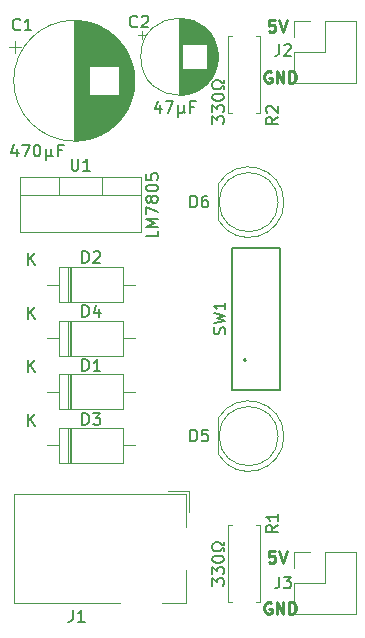
<source format=gto>
G04 #@! TF.GenerationSoftware,KiCad,Pcbnew,(5.1.9)-1*
G04 #@! TF.CreationDate,2021-01-12T20:24:35-08:00*
G04 #@! TF.ProjectId,BreadboardPowerSupply,42726561-6462-46f6-9172-64506f776572,1*
G04 #@! TF.SameCoordinates,Original*
G04 #@! TF.FileFunction,Legend,Top*
G04 #@! TF.FilePolarity,Positive*
%FSLAX46Y46*%
G04 Gerber Fmt 4.6, Leading zero omitted, Abs format (unit mm)*
G04 Created by KiCad (PCBNEW (5.1.9)-1) date 2021-01-12 20:24:35*
%MOMM*%
%LPD*%
G01*
G04 APERTURE LIST*
%ADD10C,0.150000*%
%ADD11C,0.250000*%
%ADD12C,0.120000*%
%ADD13C,0.152400*%
G04 APERTURE END LIST*
D10*
X114371380Y-94749666D02*
X114371380Y-95225857D01*
X113371380Y-95225857D01*
X114371380Y-94416333D02*
X113371380Y-94416333D01*
X114085666Y-94083000D01*
X113371380Y-93749666D01*
X114371380Y-93749666D01*
X113371380Y-93368714D02*
X113371380Y-92702047D01*
X114371380Y-93130619D01*
X113799952Y-92178238D02*
X113752333Y-92273476D01*
X113704714Y-92321095D01*
X113609476Y-92368714D01*
X113561857Y-92368714D01*
X113466619Y-92321095D01*
X113419000Y-92273476D01*
X113371380Y-92178238D01*
X113371380Y-91987761D01*
X113419000Y-91892523D01*
X113466619Y-91844904D01*
X113561857Y-91797285D01*
X113609476Y-91797285D01*
X113704714Y-91844904D01*
X113752333Y-91892523D01*
X113799952Y-91987761D01*
X113799952Y-92178238D01*
X113847571Y-92273476D01*
X113895190Y-92321095D01*
X113990428Y-92368714D01*
X114180904Y-92368714D01*
X114276142Y-92321095D01*
X114323761Y-92273476D01*
X114371380Y-92178238D01*
X114371380Y-91987761D01*
X114323761Y-91892523D01*
X114276142Y-91844904D01*
X114180904Y-91797285D01*
X113990428Y-91797285D01*
X113895190Y-91844904D01*
X113847571Y-91892523D01*
X113799952Y-91987761D01*
X113371380Y-91178238D02*
X113371380Y-91083000D01*
X113419000Y-90987761D01*
X113466619Y-90940142D01*
X113561857Y-90892523D01*
X113752333Y-90844904D01*
X113990428Y-90844904D01*
X114180904Y-90892523D01*
X114276142Y-90940142D01*
X114323761Y-90987761D01*
X114371380Y-91083000D01*
X114371380Y-91178238D01*
X114323761Y-91273476D01*
X114276142Y-91321095D01*
X114180904Y-91368714D01*
X113990428Y-91416333D01*
X113752333Y-91416333D01*
X113561857Y-91368714D01*
X113466619Y-91321095D01*
X113419000Y-91273476D01*
X113371380Y-91178238D01*
X113371380Y-89940142D02*
X113371380Y-90416333D01*
X113847571Y-90463952D01*
X113799952Y-90416333D01*
X113752333Y-90321095D01*
X113752333Y-90083000D01*
X113799952Y-89987761D01*
X113847571Y-89940142D01*
X113942809Y-89892523D01*
X114180904Y-89892523D01*
X114276142Y-89940142D01*
X114323761Y-89987761D01*
X114371380Y-90083000D01*
X114371380Y-90321095D01*
X114323761Y-90416333D01*
X114276142Y-90463952D01*
X118959380Y-85677142D02*
X118959380Y-85058095D01*
X119340333Y-85391428D01*
X119340333Y-85248571D01*
X119387952Y-85153333D01*
X119435571Y-85105714D01*
X119530809Y-85058095D01*
X119768904Y-85058095D01*
X119864142Y-85105714D01*
X119911761Y-85153333D01*
X119959380Y-85248571D01*
X119959380Y-85534285D01*
X119911761Y-85629523D01*
X119864142Y-85677142D01*
X118959380Y-84724761D02*
X118959380Y-84105714D01*
X119340333Y-84439047D01*
X119340333Y-84296190D01*
X119387952Y-84200952D01*
X119435571Y-84153333D01*
X119530809Y-84105714D01*
X119768904Y-84105714D01*
X119864142Y-84153333D01*
X119911761Y-84200952D01*
X119959380Y-84296190D01*
X119959380Y-84581904D01*
X119911761Y-84677142D01*
X119864142Y-84724761D01*
X118959380Y-83486666D02*
X118959380Y-83391428D01*
X119007000Y-83296190D01*
X119054619Y-83248571D01*
X119149857Y-83200952D01*
X119340333Y-83153333D01*
X119578428Y-83153333D01*
X119768904Y-83200952D01*
X119864142Y-83248571D01*
X119911761Y-83296190D01*
X119959380Y-83391428D01*
X119959380Y-83486666D01*
X119911761Y-83581904D01*
X119864142Y-83629523D01*
X119768904Y-83677142D01*
X119578428Y-83724761D01*
X119340333Y-83724761D01*
X119149857Y-83677142D01*
X119054619Y-83629523D01*
X119007000Y-83581904D01*
X118959380Y-83486666D01*
X119959380Y-82772380D02*
X119959380Y-82534285D01*
X119768904Y-82534285D01*
X119721285Y-82629523D01*
X119626047Y-82724761D01*
X119483190Y-82772380D01*
X119245095Y-82772380D01*
X119102238Y-82724761D01*
X119007000Y-82629523D01*
X118959380Y-82486666D01*
X118959380Y-82296190D01*
X119007000Y-82153333D01*
X119102238Y-82058095D01*
X119245095Y-82010476D01*
X119483190Y-82010476D01*
X119626047Y-82058095D01*
X119721285Y-82153333D01*
X119768904Y-82248571D01*
X119959380Y-82248571D01*
X119959380Y-82010476D01*
X118959380Y-124793142D02*
X118959380Y-124174095D01*
X119340333Y-124507428D01*
X119340333Y-124364571D01*
X119387952Y-124269333D01*
X119435571Y-124221714D01*
X119530809Y-124174095D01*
X119768904Y-124174095D01*
X119864142Y-124221714D01*
X119911761Y-124269333D01*
X119959380Y-124364571D01*
X119959380Y-124650285D01*
X119911761Y-124745523D01*
X119864142Y-124793142D01*
X118959380Y-123840761D02*
X118959380Y-123221714D01*
X119340333Y-123555047D01*
X119340333Y-123412190D01*
X119387952Y-123316952D01*
X119435571Y-123269333D01*
X119530809Y-123221714D01*
X119768904Y-123221714D01*
X119864142Y-123269333D01*
X119911761Y-123316952D01*
X119959380Y-123412190D01*
X119959380Y-123697904D01*
X119911761Y-123793142D01*
X119864142Y-123840761D01*
X118959380Y-122602666D02*
X118959380Y-122507428D01*
X119007000Y-122412190D01*
X119054619Y-122364571D01*
X119149857Y-122316952D01*
X119340333Y-122269333D01*
X119578428Y-122269333D01*
X119768904Y-122316952D01*
X119864142Y-122364571D01*
X119911761Y-122412190D01*
X119959380Y-122507428D01*
X119959380Y-122602666D01*
X119911761Y-122697904D01*
X119864142Y-122745523D01*
X119768904Y-122793142D01*
X119578428Y-122840761D01*
X119340333Y-122840761D01*
X119149857Y-122793142D01*
X119054619Y-122745523D01*
X119007000Y-122697904D01*
X118959380Y-122602666D01*
X119959380Y-121888380D02*
X119959380Y-121650285D01*
X119768904Y-121650285D01*
X119721285Y-121745523D01*
X119626047Y-121840761D01*
X119483190Y-121888380D01*
X119245095Y-121888380D01*
X119102238Y-121840761D01*
X119007000Y-121745523D01*
X118959380Y-121602666D01*
X118959380Y-121412190D01*
X119007000Y-121269333D01*
X119102238Y-121174095D01*
X119245095Y-121126476D01*
X119483190Y-121126476D01*
X119626047Y-121174095D01*
X119721285Y-121269333D01*
X119768904Y-121364571D01*
X119959380Y-121364571D01*
X119959380Y-121126476D01*
X114585904Y-84113714D02*
X114585904Y-84780380D01*
X114347809Y-83732761D02*
X114109714Y-84447047D01*
X114728761Y-84447047D01*
X115014476Y-83780380D02*
X115681142Y-83780380D01*
X115252571Y-84780380D01*
X116062095Y-84113714D02*
X116062095Y-85113714D01*
X116538285Y-84637523D02*
X116585904Y-84732761D01*
X116681142Y-84780380D01*
X116062095Y-84637523D02*
X116109714Y-84732761D01*
X116204952Y-84780380D01*
X116395428Y-84780380D01*
X116490666Y-84732761D01*
X116538285Y-84637523D01*
X116538285Y-84113714D01*
X117443047Y-84256571D02*
X117109714Y-84256571D01*
X117109714Y-84780380D02*
X117109714Y-83780380D01*
X117585904Y-83780380D01*
X102425714Y-87796714D02*
X102425714Y-88463380D01*
X102187619Y-87415761D02*
X101949523Y-88130047D01*
X102568571Y-88130047D01*
X102854285Y-87463380D02*
X103520952Y-87463380D01*
X103092380Y-88463380D01*
X104092380Y-87463380D02*
X104187619Y-87463380D01*
X104282857Y-87511000D01*
X104330476Y-87558619D01*
X104378095Y-87653857D01*
X104425714Y-87844333D01*
X104425714Y-88082428D01*
X104378095Y-88272904D01*
X104330476Y-88368142D01*
X104282857Y-88415761D01*
X104187619Y-88463380D01*
X104092380Y-88463380D01*
X103997142Y-88415761D01*
X103949523Y-88368142D01*
X103901904Y-88272904D01*
X103854285Y-88082428D01*
X103854285Y-87844333D01*
X103901904Y-87653857D01*
X103949523Y-87558619D01*
X103997142Y-87511000D01*
X104092380Y-87463380D01*
X104854285Y-87796714D02*
X104854285Y-88796714D01*
X105330476Y-88320523D02*
X105378095Y-88415761D01*
X105473333Y-88463380D01*
X104854285Y-88320523D02*
X104901904Y-88415761D01*
X104997142Y-88463380D01*
X105187619Y-88463380D01*
X105282857Y-88415761D01*
X105330476Y-88320523D01*
X105330476Y-87796714D01*
X106235238Y-87939571D02*
X105901904Y-87939571D01*
X105901904Y-88463380D02*
X105901904Y-87463380D01*
X106378095Y-87463380D01*
D11*
X123952095Y-81288000D02*
X123856857Y-81240380D01*
X123714000Y-81240380D01*
X123571142Y-81288000D01*
X123475904Y-81383238D01*
X123428285Y-81478476D01*
X123380666Y-81668952D01*
X123380666Y-81811809D01*
X123428285Y-82002285D01*
X123475904Y-82097523D01*
X123571142Y-82192761D01*
X123714000Y-82240380D01*
X123809238Y-82240380D01*
X123952095Y-82192761D01*
X123999714Y-82145142D01*
X123999714Y-81811809D01*
X123809238Y-81811809D01*
X124428285Y-82240380D02*
X124428285Y-81240380D01*
X124999714Y-82240380D01*
X124999714Y-81240380D01*
X125475904Y-82240380D02*
X125475904Y-81240380D01*
X125714000Y-81240380D01*
X125856857Y-81288000D01*
X125952095Y-81383238D01*
X125999714Y-81478476D01*
X126047333Y-81668952D01*
X126047333Y-81811809D01*
X125999714Y-82002285D01*
X125952095Y-82097523D01*
X125856857Y-82192761D01*
X125714000Y-82240380D01*
X125475904Y-82240380D01*
X124269523Y-76922380D02*
X123793333Y-76922380D01*
X123745714Y-77398571D01*
X123793333Y-77350952D01*
X123888571Y-77303333D01*
X124126666Y-77303333D01*
X124221904Y-77350952D01*
X124269523Y-77398571D01*
X124317142Y-77493809D01*
X124317142Y-77731904D01*
X124269523Y-77827142D01*
X124221904Y-77874761D01*
X124126666Y-77922380D01*
X123888571Y-77922380D01*
X123793333Y-77874761D01*
X123745714Y-77827142D01*
X124602857Y-76922380D02*
X124936190Y-77922380D01*
X125269523Y-76922380D01*
X124269523Y-121880380D02*
X123793333Y-121880380D01*
X123745714Y-122356571D01*
X123793333Y-122308952D01*
X123888571Y-122261333D01*
X124126666Y-122261333D01*
X124221904Y-122308952D01*
X124269523Y-122356571D01*
X124317142Y-122451809D01*
X124317142Y-122689904D01*
X124269523Y-122785142D01*
X124221904Y-122832761D01*
X124126666Y-122880380D01*
X123888571Y-122880380D01*
X123793333Y-122832761D01*
X123745714Y-122785142D01*
X124602857Y-121880380D02*
X124936190Y-122880380D01*
X125269523Y-121880380D01*
X123952095Y-126246000D02*
X123856857Y-126198380D01*
X123714000Y-126198380D01*
X123571142Y-126246000D01*
X123475904Y-126341238D01*
X123428285Y-126436476D01*
X123380666Y-126626952D01*
X123380666Y-126769809D01*
X123428285Y-126960285D01*
X123475904Y-127055523D01*
X123571142Y-127150761D01*
X123714000Y-127198380D01*
X123809238Y-127198380D01*
X123952095Y-127150761D01*
X123999714Y-127103142D01*
X123999714Y-126769809D01*
X123809238Y-126769809D01*
X124428285Y-127198380D02*
X124428285Y-126198380D01*
X124999714Y-127198380D01*
X124999714Y-126198380D01*
X125475904Y-127198380D02*
X125475904Y-126198380D01*
X125714000Y-126198380D01*
X125856857Y-126246000D01*
X125952095Y-126341238D01*
X125999714Y-126436476D01*
X126047333Y-126626952D01*
X126047333Y-126769809D01*
X125999714Y-126960285D01*
X125952095Y-127055523D01*
X125856857Y-127150761D01*
X125714000Y-127198380D01*
X125475904Y-127198380D01*
X121666000Y-105640142D02*
X121713619Y-105687761D01*
X121666000Y-105735380D01*
X121618380Y-105687761D01*
X121666000Y-105640142D01*
X121666000Y-105735380D01*
D12*
G04 #@! TO.C,C1*
X102295354Y-78667000D02*
X102295354Y-79667000D01*
X101795354Y-79167000D02*
X102795354Y-79167000D01*
X112356000Y-81443000D02*
X112356000Y-82641000D01*
X112316000Y-81180000D02*
X112316000Y-82904000D01*
X112276000Y-80980000D02*
X112276000Y-83104000D01*
X112236000Y-80812000D02*
X112236000Y-83272000D01*
X112196000Y-80664000D02*
X112196000Y-83420000D01*
X112156000Y-80532000D02*
X112156000Y-83552000D01*
X112116000Y-80412000D02*
X112116000Y-83672000D01*
X112076000Y-80300000D02*
X112076000Y-83784000D01*
X112036000Y-80196000D02*
X112036000Y-83888000D01*
X111996000Y-80098000D02*
X111996000Y-83986000D01*
X111956000Y-80005000D02*
X111956000Y-84079000D01*
X111916000Y-79917000D02*
X111916000Y-84167000D01*
X111876000Y-79833000D02*
X111876000Y-84251000D01*
X111836000Y-79753000D02*
X111836000Y-84331000D01*
X111796000Y-79677000D02*
X111796000Y-84407000D01*
X111756000Y-79603000D02*
X111756000Y-84481000D01*
X111716000Y-79532000D02*
X111716000Y-84552000D01*
X111676000Y-79463000D02*
X111676000Y-84621000D01*
X111636000Y-79397000D02*
X111636000Y-84687000D01*
X111596000Y-79333000D02*
X111596000Y-84751000D01*
X111556000Y-79272000D02*
X111556000Y-84812000D01*
X111516000Y-79212000D02*
X111516000Y-84872000D01*
X111476000Y-79153000D02*
X111476000Y-84931000D01*
X111436000Y-79097000D02*
X111436000Y-84987000D01*
X111396000Y-79042000D02*
X111396000Y-85042000D01*
X111356000Y-78988000D02*
X111356000Y-85096000D01*
X111316000Y-78936000D02*
X111316000Y-85148000D01*
X111276000Y-78886000D02*
X111276000Y-85198000D01*
X111236000Y-78836000D02*
X111236000Y-85248000D01*
X111196000Y-78788000D02*
X111196000Y-85296000D01*
X111156000Y-78741000D02*
X111156000Y-85343000D01*
X111116000Y-78695000D02*
X111116000Y-85389000D01*
X111076000Y-78650000D02*
X111076000Y-85434000D01*
X111036000Y-78606000D02*
X111036000Y-85478000D01*
X110996000Y-83283000D02*
X110996000Y-85520000D01*
X110996000Y-78564000D02*
X110996000Y-80801000D01*
X110956000Y-83283000D02*
X110956000Y-85562000D01*
X110956000Y-78522000D02*
X110956000Y-80801000D01*
X110916000Y-83283000D02*
X110916000Y-85603000D01*
X110916000Y-78481000D02*
X110916000Y-80801000D01*
X110876000Y-83283000D02*
X110876000Y-85643000D01*
X110876000Y-78441000D02*
X110876000Y-80801000D01*
X110836000Y-83283000D02*
X110836000Y-85682000D01*
X110836000Y-78402000D02*
X110836000Y-80801000D01*
X110796000Y-83283000D02*
X110796000Y-85721000D01*
X110796000Y-78363000D02*
X110796000Y-80801000D01*
X110756000Y-83283000D02*
X110756000Y-85758000D01*
X110756000Y-78326000D02*
X110756000Y-80801000D01*
X110716000Y-83283000D02*
X110716000Y-85795000D01*
X110716000Y-78289000D02*
X110716000Y-80801000D01*
X110676000Y-83283000D02*
X110676000Y-85831000D01*
X110676000Y-78253000D02*
X110676000Y-80801000D01*
X110636000Y-83283000D02*
X110636000Y-85866000D01*
X110636000Y-78218000D02*
X110636000Y-80801000D01*
X110596000Y-83283000D02*
X110596000Y-85900000D01*
X110596000Y-78184000D02*
X110596000Y-80801000D01*
X110556000Y-83283000D02*
X110556000Y-85934000D01*
X110556000Y-78150000D02*
X110556000Y-80801000D01*
X110516000Y-83283000D02*
X110516000Y-85967000D01*
X110516000Y-78117000D02*
X110516000Y-80801000D01*
X110476000Y-83283000D02*
X110476000Y-85999000D01*
X110476000Y-78085000D02*
X110476000Y-80801000D01*
X110436000Y-83283000D02*
X110436000Y-86031000D01*
X110436000Y-78053000D02*
X110436000Y-80801000D01*
X110396000Y-83283000D02*
X110396000Y-86062000D01*
X110396000Y-78022000D02*
X110396000Y-80801000D01*
X110356000Y-83283000D02*
X110356000Y-86092000D01*
X110356000Y-77992000D02*
X110356000Y-80801000D01*
X110316000Y-83283000D02*
X110316000Y-86122000D01*
X110316000Y-77962000D02*
X110316000Y-80801000D01*
X110276000Y-83283000D02*
X110276000Y-86152000D01*
X110276000Y-77932000D02*
X110276000Y-80801000D01*
X110236000Y-83283000D02*
X110236000Y-86180000D01*
X110236000Y-77904000D02*
X110236000Y-80801000D01*
X110196000Y-83283000D02*
X110196000Y-86208000D01*
X110196000Y-77876000D02*
X110196000Y-80801000D01*
X110156000Y-83283000D02*
X110156000Y-86236000D01*
X110156000Y-77848000D02*
X110156000Y-80801000D01*
X110116000Y-83283000D02*
X110116000Y-86263000D01*
X110116000Y-77821000D02*
X110116000Y-80801000D01*
X110076000Y-83283000D02*
X110076000Y-86289000D01*
X110076000Y-77795000D02*
X110076000Y-80801000D01*
X110036000Y-83283000D02*
X110036000Y-86315000D01*
X110036000Y-77769000D02*
X110036000Y-80801000D01*
X109996000Y-83283000D02*
X109996000Y-86340000D01*
X109996000Y-77744000D02*
X109996000Y-80801000D01*
X109956000Y-83283000D02*
X109956000Y-86365000D01*
X109956000Y-77719000D02*
X109956000Y-80801000D01*
X109916000Y-83283000D02*
X109916000Y-86389000D01*
X109916000Y-77695000D02*
X109916000Y-80801000D01*
X109876000Y-83283000D02*
X109876000Y-86413000D01*
X109876000Y-77671000D02*
X109876000Y-80801000D01*
X109836000Y-83283000D02*
X109836000Y-86437000D01*
X109836000Y-77647000D02*
X109836000Y-80801000D01*
X109796000Y-83283000D02*
X109796000Y-86459000D01*
X109796000Y-77625000D02*
X109796000Y-80801000D01*
X109756000Y-83283000D02*
X109756000Y-86482000D01*
X109756000Y-77602000D02*
X109756000Y-80801000D01*
X109716000Y-83283000D02*
X109716000Y-86504000D01*
X109716000Y-77580000D02*
X109716000Y-80801000D01*
X109676000Y-83283000D02*
X109676000Y-86525000D01*
X109676000Y-77559000D02*
X109676000Y-80801000D01*
X109636000Y-83283000D02*
X109636000Y-86546000D01*
X109636000Y-77538000D02*
X109636000Y-80801000D01*
X109596000Y-83283000D02*
X109596000Y-86567000D01*
X109596000Y-77517000D02*
X109596000Y-80801000D01*
X109556000Y-83283000D02*
X109556000Y-86587000D01*
X109556000Y-77497000D02*
X109556000Y-80801000D01*
X109516000Y-83283000D02*
X109516000Y-86606000D01*
X109516000Y-77478000D02*
X109516000Y-80801000D01*
X109476000Y-83283000D02*
X109476000Y-86626000D01*
X109476000Y-77458000D02*
X109476000Y-80801000D01*
X109436000Y-83283000D02*
X109436000Y-86645000D01*
X109436000Y-77439000D02*
X109436000Y-80801000D01*
X109396000Y-83283000D02*
X109396000Y-86663000D01*
X109396000Y-77421000D02*
X109396000Y-80801000D01*
X109356000Y-83283000D02*
X109356000Y-86681000D01*
X109356000Y-77403000D02*
X109356000Y-80801000D01*
X109316000Y-83283000D02*
X109316000Y-86699000D01*
X109316000Y-77385000D02*
X109316000Y-80801000D01*
X109276000Y-83283000D02*
X109276000Y-86716000D01*
X109276000Y-77368000D02*
X109276000Y-80801000D01*
X109236000Y-83283000D02*
X109236000Y-86732000D01*
X109236000Y-77352000D02*
X109236000Y-80801000D01*
X109196000Y-83283000D02*
X109196000Y-86749000D01*
X109196000Y-77335000D02*
X109196000Y-80801000D01*
X109156000Y-83283000D02*
X109156000Y-86765000D01*
X109156000Y-77319000D02*
X109156000Y-80801000D01*
X109116000Y-83283000D02*
X109116000Y-86780000D01*
X109116000Y-77304000D02*
X109116000Y-80801000D01*
X109076000Y-83283000D02*
X109076000Y-86796000D01*
X109076000Y-77288000D02*
X109076000Y-80801000D01*
X109036000Y-83283000D02*
X109036000Y-86810000D01*
X109036000Y-77274000D02*
X109036000Y-80801000D01*
X108996000Y-83283000D02*
X108996000Y-86825000D01*
X108996000Y-77259000D02*
X108996000Y-80801000D01*
X108956000Y-83283000D02*
X108956000Y-86839000D01*
X108956000Y-77245000D02*
X108956000Y-80801000D01*
X108916000Y-83283000D02*
X108916000Y-86853000D01*
X108916000Y-77231000D02*
X108916000Y-80801000D01*
X108876000Y-83283000D02*
X108876000Y-86866000D01*
X108876000Y-77218000D02*
X108876000Y-80801000D01*
X108836000Y-83283000D02*
X108836000Y-86879000D01*
X108836000Y-77205000D02*
X108836000Y-80801000D01*
X108796000Y-83283000D02*
X108796000Y-86892000D01*
X108796000Y-77192000D02*
X108796000Y-80801000D01*
X108756000Y-83283000D02*
X108756000Y-86904000D01*
X108756000Y-77180000D02*
X108756000Y-80801000D01*
X108716000Y-83283000D02*
X108716000Y-86916000D01*
X108716000Y-77168000D02*
X108716000Y-80801000D01*
X108676000Y-83283000D02*
X108676000Y-86927000D01*
X108676000Y-77157000D02*
X108676000Y-80801000D01*
X108636000Y-83283000D02*
X108636000Y-86939000D01*
X108636000Y-77145000D02*
X108636000Y-80801000D01*
X108596000Y-83283000D02*
X108596000Y-86949000D01*
X108596000Y-77135000D02*
X108596000Y-80801000D01*
X108556000Y-83283000D02*
X108556000Y-86960000D01*
X108556000Y-77124000D02*
X108556000Y-80801000D01*
X108516000Y-77114000D02*
X108516000Y-86970000D01*
X108476000Y-77104000D02*
X108476000Y-86980000D01*
X108436000Y-77095000D02*
X108436000Y-86989000D01*
X108396000Y-77086000D02*
X108396000Y-86998000D01*
X108356000Y-77077000D02*
X108356000Y-87007000D01*
X108316000Y-77068000D02*
X108316000Y-87016000D01*
X108276000Y-77060000D02*
X108276000Y-87024000D01*
X108236000Y-77052000D02*
X108236000Y-87032000D01*
X108196000Y-77045000D02*
X108196000Y-87039000D01*
X108156000Y-77038000D02*
X108156000Y-87046000D01*
X108116000Y-77031000D02*
X108116000Y-87053000D01*
X108076000Y-77024000D02*
X108076000Y-87060000D01*
X108036000Y-77018000D02*
X108036000Y-87066000D01*
X107996000Y-77012000D02*
X107996000Y-87072000D01*
X107955000Y-77007000D02*
X107955000Y-87077000D01*
X107915000Y-77002000D02*
X107915000Y-87082000D01*
X107875000Y-76997000D02*
X107875000Y-87087000D01*
X107835000Y-76992000D02*
X107835000Y-87092000D01*
X107795000Y-76988000D02*
X107795000Y-87096000D01*
X107755000Y-76984000D02*
X107755000Y-87100000D01*
X107715000Y-76980000D02*
X107715000Y-87104000D01*
X107675000Y-76977000D02*
X107675000Y-87107000D01*
X107635000Y-76974000D02*
X107635000Y-87110000D01*
X107595000Y-76972000D02*
X107595000Y-87112000D01*
X107555000Y-76969000D02*
X107555000Y-87115000D01*
X107515000Y-76967000D02*
X107515000Y-87117000D01*
X107475000Y-76965000D02*
X107475000Y-87119000D01*
X107435000Y-76964000D02*
X107435000Y-87120000D01*
X107395000Y-76963000D02*
X107395000Y-87121000D01*
X107355000Y-76962000D02*
X107355000Y-87122000D01*
X107315000Y-76962000D02*
X107315000Y-87122000D01*
X107275000Y-76962000D02*
X107275000Y-87122000D01*
X112395000Y-82042000D02*
G75*
G03*
X112395000Y-82042000I-5120000J0D01*
G01*
G04 #@! TO.C,C2*
X112999759Y-77856000D02*
X112999759Y-78486000D01*
X112684759Y-78171000D02*
X113314759Y-78171000D01*
X119426000Y-79608000D02*
X119426000Y-80412000D01*
X119386000Y-79377000D02*
X119386000Y-80643000D01*
X119346000Y-79208000D02*
X119346000Y-80812000D01*
X119306000Y-79070000D02*
X119306000Y-80950000D01*
X119266000Y-78951000D02*
X119266000Y-81069000D01*
X119226000Y-78845000D02*
X119226000Y-81175000D01*
X119186000Y-78748000D02*
X119186000Y-81272000D01*
X119146000Y-78660000D02*
X119146000Y-81360000D01*
X119106000Y-78578000D02*
X119106000Y-81442000D01*
X119066000Y-78501000D02*
X119066000Y-81519000D01*
X119026000Y-78429000D02*
X119026000Y-81591000D01*
X118986000Y-78360000D02*
X118986000Y-81660000D01*
X118946000Y-78296000D02*
X118946000Y-81724000D01*
X118906000Y-78234000D02*
X118906000Y-81786000D01*
X118866000Y-78176000D02*
X118866000Y-81844000D01*
X118826000Y-78120000D02*
X118826000Y-81900000D01*
X118786000Y-78066000D02*
X118786000Y-81954000D01*
X118746000Y-78015000D02*
X118746000Y-82005000D01*
X118706000Y-77966000D02*
X118706000Y-82054000D01*
X118666000Y-77918000D02*
X118666000Y-82102000D01*
X118626000Y-77873000D02*
X118626000Y-82147000D01*
X118586000Y-77828000D02*
X118586000Y-82192000D01*
X118546000Y-77786000D02*
X118546000Y-82234000D01*
X118506000Y-77745000D02*
X118506000Y-82275000D01*
X118466000Y-81050000D02*
X118466000Y-82315000D01*
X118466000Y-77705000D02*
X118466000Y-78970000D01*
X118426000Y-81050000D02*
X118426000Y-82353000D01*
X118426000Y-77667000D02*
X118426000Y-78970000D01*
X118386000Y-81050000D02*
X118386000Y-82390000D01*
X118386000Y-77630000D02*
X118386000Y-78970000D01*
X118346000Y-81050000D02*
X118346000Y-82426000D01*
X118346000Y-77594000D02*
X118346000Y-78970000D01*
X118306000Y-81050000D02*
X118306000Y-82460000D01*
X118306000Y-77560000D02*
X118306000Y-78970000D01*
X118266000Y-81050000D02*
X118266000Y-82494000D01*
X118266000Y-77526000D02*
X118266000Y-78970000D01*
X118226000Y-81050000D02*
X118226000Y-82526000D01*
X118226000Y-77494000D02*
X118226000Y-78970000D01*
X118186000Y-81050000D02*
X118186000Y-82558000D01*
X118186000Y-77462000D02*
X118186000Y-78970000D01*
X118146000Y-81050000D02*
X118146000Y-82588000D01*
X118146000Y-77432000D02*
X118146000Y-78970000D01*
X118106000Y-81050000D02*
X118106000Y-82617000D01*
X118106000Y-77403000D02*
X118106000Y-78970000D01*
X118066000Y-81050000D02*
X118066000Y-82646000D01*
X118066000Y-77374000D02*
X118066000Y-78970000D01*
X118026000Y-81050000D02*
X118026000Y-82674000D01*
X118026000Y-77346000D02*
X118026000Y-78970000D01*
X117986000Y-81050000D02*
X117986000Y-82700000D01*
X117986000Y-77320000D02*
X117986000Y-78970000D01*
X117946000Y-81050000D02*
X117946000Y-82726000D01*
X117946000Y-77294000D02*
X117946000Y-78970000D01*
X117906000Y-81050000D02*
X117906000Y-82752000D01*
X117906000Y-77268000D02*
X117906000Y-78970000D01*
X117866000Y-81050000D02*
X117866000Y-82776000D01*
X117866000Y-77244000D02*
X117866000Y-78970000D01*
X117826000Y-81050000D02*
X117826000Y-82800000D01*
X117826000Y-77220000D02*
X117826000Y-78970000D01*
X117786000Y-81050000D02*
X117786000Y-82822000D01*
X117786000Y-77198000D02*
X117786000Y-78970000D01*
X117746000Y-81050000D02*
X117746000Y-82844000D01*
X117746000Y-77176000D02*
X117746000Y-78970000D01*
X117706000Y-81050000D02*
X117706000Y-82866000D01*
X117706000Y-77154000D02*
X117706000Y-78970000D01*
X117666000Y-81050000D02*
X117666000Y-82886000D01*
X117666000Y-77134000D02*
X117666000Y-78970000D01*
X117626000Y-81050000D02*
X117626000Y-82906000D01*
X117626000Y-77114000D02*
X117626000Y-78970000D01*
X117586000Y-81050000D02*
X117586000Y-82926000D01*
X117586000Y-77094000D02*
X117586000Y-78970000D01*
X117546000Y-81050000D02*
X117546000Y-82944000D01*
X117546000Y-77076000D02*
X117546000Y-78970000D01*
X117506000Y-81050000D02*
X117506000Y-82962000D01*
X117506000Y-77058000D02*
X117506000Y-78970000D01*
X117466000Y-81050000D02*
X117466000Y-82980000D01*
X117466000Y-77040000D02*
X117466000Y-78970000D01*
X117426000Y-81050000D02*
X117426000Y-82996000D01*
X117426000Y-77024000D02*
X117426000Y-78970000D01*
X117386000Y-81050000D02*
X117386000Y-83012000D01*
X117386000Y-77008000D02*
X117386000Y-78970000D01*
X117346000Y-81050000D02*
X117346000Y-83028000D01*
X117346000Y-76992000D02*
X117346000Y-78970000D01*
X117306000Y-81050000D02*
X117306000Y-83043000D01*
X117306000Y-76977000D02*
X117306000Y-78970000D01*
X117266000Y-81050000D02*
X117266000Y-83057000D01*
X117266000Y-76963000D02*
X117266000Y-78970000D01*
X117226000Y-81050000D02*
X117226000Y-83071000D01*
X117226000Y-76949000D02*
X117226000Y-78970000D01*
X117186000Y-81050000D02*
X117186000Y-83084000D01*
X117186000Y-76936000D02*
X117186000Y-78970000D01*
X117146000Y-81050000D02*
X117146000Y-83096000D01*
X117146000Y-76924000D02*
X117146000Y-78970000D01*
X117106000Y-81050000D02*
X117106000Y-83108000D01*
X117106000Y-76912000D02*
X117106000Y-78970000D01*
X117066000Y-81050000D02*
X117066000Y-83120000D01*
X117066000Y-76900000D02*
X117066000Y-78970000D01*
X117026000Y-81050000D02*
X117026000Y-83131000D01*
X117026000Y-76889000D02*
X117026000Y-78970000D01*
X116986000Y-81050000D02*
X116986000Y-83141000D01*
X116986000Y-76879000D02*
X116986000Y-78970000D01*
X116946000Y-81050000D02*
X116946000Y-83151000D01*
X116946000Y-76869000D02*
X116946000Y-78970000D01*
X116906000Y-81050000D02*
X116906000Y-83160000D01*
X116906000Y-76860000D02*
X116906000Y-78970000D01*
X116865000Y-81050000D02*
X116865000Y-83169000D01*
X116865000Y-76851000D02*
X116865000Y-78970000D01*
X116825000Y-81050000D02*
X116825000Y-83177000D01*
X116825000Y-76843000D02*
X116825000Y-78970000D01*
X116785000Y-81050000D02*
X116785000Y-83185000D01*
X116785000Y-76835000D02*
X116785000Y-78970000D01*
X116745000Y-81050000D02*
X116745000Y-83192000D01*
X116745000Y-76828000D02*
X116745000Y-78970000D01*
X116705000Y-81050000D02*
X116705000Y-83199000D01*
X116705000Y-76821000D02*
X116705000Y-78970000D01*
X116665000Y-81050000D02*
X116665000Y-83205000D01*
X116665000Y-76815000D02*
X116665000Y-78970000D01*
X116625000Y-81050000D02*
X116625000Y-83211000D01*
X116625000Y-76809000D02*
X116625000Y-78970000D01*
X116585000Y-81050000D02*
X116585000Y-83216000D01*
X116585000Y-76804000D02*
X116585000Y-78970000D01*
X116545000Y-81050000D02*
X116545000Y-83221000D01*
X116545000Y-76799000D02*
X116545000Y-78970000D01*
X116505000Y-81050000D02*
X116505000Y-83225000D01*
X116505000Y-76795000D02*
X116505000Y-78970000D01*
X116465000Y-81050000D02*
X116465000Y-83228000D01*
X116465000Y-76792000D02*
X116465000Y-78970000D01*
X116425000Y-81050000D02*
X116425000Y-83232000D01*
X116425000Y-76788000D02*
X116425000Y-78970000D01*
X116385000Y-76786000D02*
X116385000Y-83234000D01*
X116345000Y-76783000D02*
X116345000Y-83237000D01*
X116305000Y-76782000D02*
X116305000Y-83238000D01*
X116265000Y-76780000D02*
X116265000Y-83240000D01*
X116225000Y-76780000D02*
X116225000Y-83240000D01*
X116185000Y-76780000D02*
X116185000Y-83240000D01*
X119455000Y-80010000D02*
G75*
G03*
X119455000Y-80010000I-3270000J0D01*
G01*
G04 #@! TO.C,D1*
X106772000Y-106903332D02*
X106772000Y-109843332D01*
X107012000Y-106903332D02*
X107012000Y-109843332D01*
X106892000Y-106903332D02*
X106892000Y-109843332D01*
X112452000Y-108373332D02*
X111432000Y-108373332D01*
X104972000Y-108373332D02*
X105992000Y-108373332D01*
X111432000Y-106903332D02*
X105992000Y-106903332D01*
X111432000Y-109843332D02*
X111432000Y-106903332D01*
X105992000Y-109843332D02*
X111432000Y-109843332D01*
X105992000Y-106903332D02*
X105992000Y-109843332D01*
G04 #@! TO.C,D2*
X106772000Y-97844000D02*
X106772000Y-100784000D01*
X107012000Y-97844000D02*
X107012000Y-100784000D01*
X106892000Y-97844000D02*
X106892000Y-100784000D01*
X112452000Y-99314000D02*
X111432000Y-99314000D01*
X104972000Y-99314000D02*
X105992000Y-99314000D01*
X111432000Y-97844000D02*
X105992000Y-97844000D01*
X111432000Y-100784000D02*
X111432000Y-97844000D01*
X105992000Y-100784000D02*
X111432000Y-100784000D01*
X105992000Y-97844000D02*
X105992000Y-100784000D01*
G04 #@! TO.C,D3*
X105992000Y-111433000D02*
X105992000Y-114373000D01*
X105992000Y-114373000D02*
X111432000Y-114373000D01*
X111432000Y-114373000D02*
X111432000Y-111433000D01*
X111432000Y-111433000D02*
X105992000Y-111433000D01*
X104972000Y-112903000D02*
X105992000Y-112903000D01*
X112452000Y-112903000D02*
X111432000Y-112903000D01*
X106892000Y-111433000D02*
X106892000Y-114373000D01*
X107012000Y-111433000D02*
X107012000Y-114373000D01*
X106772000Y-111433000D02*
X106772000Y-114373000D01*
G04 #@! TO.C,D4*
X105992000Y-102373666D02*
X105992000Y-105313666D01*
X105992000Y-105313666D02*
X111432000Y-105313666D01*
X111432000Y-105313666D02*
X111432000Y-102373666D01*
X111432000Y-102373666D02*
X105992000Y-102373666D01*
X104972000Y-103843666D02*
X105992000Y-103843666D01*
X112452000Y-103843666D02*
X111432000Y-103843666D01*
X106892000Y-102373666D02*
X106892000Y-105313666D01*
X107012000Y-102373666D02*
X107012000Y-105313666D01*
X106772000Y-102373666D02*
X106772000Y-105313666D01*
G04 #@! TO.C,D5*
X119487000Y-110596000D02*
X119487000Y-113686000D01*
X124547000Y-112141000D02*
G75*
G03*
X124547000Y-112141000I-2500000J0D01*
G01*
X125037000Y-112141462D02*
G75*
G03*
X119487000Y-110596170I-2990000J462D01*
G01*
X125037000Y-112140538D02*
G75*
G02*
X119487000Y-113685830I-2990000J-462D01*
G01*
G04 #@! TO.C,D6*
X125037000Y-92328538D02*
G75*
G02*
X119487000Y-93873830I-2990000J-462D01*
G01*
X125037000Y-92329462D02*
G75*
G03*
X119487000Y-90784170I-2990000J462D01*
G01*
X124547000Y-92329000D02*
G75*
G03*
X124547000Y-92329000I-2500000J0D01*
G01*
X119487000Y-90784000D02*
X119487000Y-93874000D01*
G04 #@! TO.C,J1*
X116991000Y-116826000D02*
X116991000Y-118566000D01*
X115251000Y-116826000D02*
X116991000Y-116826000D01*
X116751000Y-126266000D02*
X114751000Y-126266000D01*
X116751000Y-123466000D02*
X116751000Y-126266000D01*
X116751000Y-117066000D02*
X116751000Y-119866000D01*
X102151000Y-117066000D02*
X116751000Y-117066000D01*
X102151000Y-126266000D02*
X102151000Y-117066000D01*
X111151000Y-126266000D02*
X102151000Y-126266000D01*
G04 #@! TO.C,J2*
X125924000Y-77029000D02*
X127254000Y-77029000D01*
X125924000Y-78359000D02*
X125924000Y-77029000D01*
X128524000Y-77029000D02*
X131124000Y-77029000D01*
X128524000Y-79629000D02*
X128524000Y-77029000D01*
X125924000Y-79629000D02*
X128524000Y-79629000D01*
X131124000Y-77029000D02*
X131124000Y-82229000D01*
X125924000Y-79629000D02*
X125924000Y-82229000D01*
X125924000Y-82229000D02*
X131124000Y-82229000D01*
G04 #@! TO.C,J3*
X125924000Y-127187000D02*
X131124000Y-127187000D01*
X125924000Y-124587000D02*
X125924000Y-127187000D01*
X131124000Y-121987000D02*
X131124000Y-127187000D01*
X125924000Y-124587000D02*
X128524000Y-124587000D01*
X128524000Y-124587000D02*
X128524000Y-121987000D01*
X128524000Y-121987000D02*
X131124000Y-121987000D01*
X125924000Y-123317000D02*
X125924000Y-121987000D01*
X125924000Y-121987000D02*
X127254000Y-121987000D01*
G04 #@! TO.C,R1*
X120296000Y-126206000D02*
X120626000Y-126206000D01*
X120296000Y-119666000D02*
X120296000Y-126206000D01*
X120626000Y-119666000D02*
X120296000Y-119666000D01*
X123036000Y-126206000D02*
X122706000Y-126206000D01*
X123036000Y-119666000D02*
X123036000Y-126206000D01*
X122706000Y-119666000D02*
X123036000Y-119666000D01*
G04 #@! TO.C,R2*
X122706000Y-78264000D02*
X123036000Y-78264000D01*
X123036000Y-78264000D02*
X123036000Y-84804000D01*
X123036000Y-84804000D02*
X122706000Y-84804000D01*
X120626000Y-78264000D02*
X120296000Y-78264000D01*
X120296000Y-78264000D02*
X120296000Y-84804000D01*
X120296000Y-84804000D02*
X120626000Y-84804000D01*
D13*
G04 #@! TO.C,SW1*
X120618680Y-96235000D02*
X124682680Y-96235000D01*
X124682680Y-96235000D02*
X124682680Y-108235000D01*
X120618680Y-96235000D02*
X120618680Y-108235000D01*
X120618680Y-108235000D02*
X124682680Y-108235000D01*
D12*
G04 #@! TO.C,U1*
X109674000Y-90202000D02*
X109674000Y-91712000D01*
X105973000Y-90202000D02*
X105973000Y-91712000D01*
X102703000Y-91712000D02*
X112943000Y-91712000D01*
X112943000Y-90202000D02*
X112943000Y-94843000D01*
X102703000Y-90202000D02*
X102703000Y-94843000D01*
X102703000Y-94843000D02*
X112943000Y-94843000D01*
X102703000Y-90202000D02*
X112943000Y-90202000D01*
G04 #@! TO.C,C1*
D10*
X102703333Y-77700142D02*
X102655714Y-77747761D01*
X102512857Y-77795380D01*
X102417619Y-77795380D01*
X102274761Y-77747761D01*
X102179523Y-77652523D01*
X102131904Y-77557285D01*
X102084285Y-77366809D01*
X102084285Y-77223952D01*
X102131904Y-77033476D01*
X102179523Y-76938238D01*
X102274761Y-76843000D01*
X102417619Y-76795380D01*
X102512857Y-76795380D01*
X102655714Y-76843000D01*
X102703333Y-76890619D01*
X103655714Y-77795380D02*
X103084285Y-77795380D01*
X103370000Y-77795380D02*
X103370000Y-76795380D01*
X103274761Y-76938238D01*
X103179523Y-77033476D01*
X103084285Y-77081095D01*
G04 #@! TO.C,C2*
X112609333Y-77446142D02*
X112561714Y-77493761D01*
X112418857Y-77541380D01*
X112323619Y-77541380D01*
X112180761Y-77493761D01*
X112085523Y-77398523D01*
X112037904Y-77303285D01*
X111990285Y-77112809D01*
X111990285Y-76969952D01*
X112037904Y-76779476D01*
X112085523Y-76684238D01*
X112180761Y-76589000D01*
X112323619Y-76541380D01*
X112418857Y-76541380D01*
X112561714Y-76589000D01*
X112609333Y-76636619D01*
X112990285Y-76636619D02*
X113037904Y-76589000D01*
X113133142Y-76541380D01*
X113371238Y-76541380D01*
X113466476Y-76589000D01*
X113514095Y-76636619D01*
X113561714Y-76731857D01*
X113561714Y-76827095D01*
X113514095Y-76969952D01*
X112942666Y-77541380D01*
X113561714Y-77541380D01*
G04 #@! TO.C,D1*
X107973904Y-106624380D02*
X107973904Y-105624380D01*
X108212000Y-105624380D01*
X108354857Y-105672000D01*
X108450095Y-105767238D01*
X108497714Y-105862476D01*
X108545333Y-106052952D01*
X108545333Y-106195809D01*
X108497714Y-106386285D01*
X108450095Y-106481523D01*
X108354857Y-106576761D01*
X108212000Y-106624380D01*
X107973904Y-106624380D01*
X109497714Y-106624380D02*
X108926285Y-106624380D01*
X109212000Y-106624380D02*
X109212000Y-105624380D01*
X109116761Y-105767238D01*
X109021523Y-105862476D01*
X108926285Y-105910095D01*
X103370095Y-106725712D02*
X103370095Y-105725712D01*
X103941523Y-106725712D02*
X103512952Y-106154284D01*
X103941523Y-105725712D02*
X103370095Y-106297141D01*
G04 #@! TO.C,D2*
X107973904Y-97480380D02*
X107973904Y-96480380D01*
X108212000Y-96480380D01*
X108354857Y-96528000D01*
X108450095Y-96623238D01*
X108497714Y-96718476D01*
X108545333Y-96908952D01*
X108545333Y-97051809D01*
X108497714Y-97242285D01*
X108450095Y-97337523D01*
X108354857Y-97432761D01*
X108212000Y-97480380D01*
X107973904Y-97480380D01*
X108926285Y-96575619D02*
X108973904Y-96528000D01*
X109069142Y-96480380D01*
X109307238Y-96480380D01*
X109402476Y-96528000D01*
X109450095Y-96575619D01*
X109497714Y-96670857D01*
X109497714Y-96766095D01*
X109450095Y-96908952D01*
X108878666Y-97480380D01*
X109497714Y-97480380D01*
X103370095Y-97666380D02*
X103370095Y-96666380D01*
X103941523Y-97666380D02*
X103512952Y-97094952D01*
X103941523Y-96666380D02*
X103370095Y-97237809D01*
G04 #@! TO.C,D3*
X107973904Y-111196380D02*
X107973904Y-110196380D01*
X108212000Y-110196380D01*
X108354857Y-110244000D01*
X108450095Y-110339238D01*
X108497714Y-110434476D01*
X108545333Y-110624952D01*
X108545333Y-110767809D01*
X108497714Y-110958285D01*
X108450095Y-111053523D01*
X108354857Y-111148761D01*
X108212000Y-111196380D01*
X107973904Y-111196380D01*
X108878666Y-110196380D02*
X109497714Y-110196380D01*
X109164380Y-110577333D01*
X109307238Y-110577333D01*
X109402476Y-110624952D01*
X109450095Y-110672571D01*
X109497714Y-110767809D01*
X109497714Y-111005904D01*
X109450095Y-111101142D01*
X109402476Y-111148761D01*
X109307238Y-111196380D01*
X109021523Y-111196380D01*
X108926285Y-111148761D01*
X108878666Y-111101142D01*
X103370095Y-111255380D02*
X103370095Y-110255380D01*
X103941523Y-111255380D02*
X103512952Y-110683952D01*
X103941523Y-110255380D02*
X103370095Y-110826809D01*
G04 #@! TO.C,D4*
X107973904Y-102052380D02*
X107973904Y-101052380D01*
X108212000Y-101052380D01*
X108354857Y-101100000D01*
X108450095Y-101195238D01*
X108497714Y-101290476D01*
X108545333Y-101480952D01*
X108545333Y-101623809D01*
X108497714Y-101814285D01*
X108450095Y-101909523D01*
X108354857Y-102004761D01*
X108212000Y-102052380D01*
X107973904Y-102052380D01*
X109402476Y-101385714D02*
X109402476Y-102052380D01*
X109164380Y-101004761D02*
X108926285Y-101719047D01*
X109545333Y-101719047D01*
X103370095Y-102196046D02*
X103370095Y-101196046D01*
X103941523Y-102196046D02*
X103512952Y-101624618D01*
X103941523Y-101196046D02*
X103370095Y-101767475D01*
G04 #@! TO.C,D5*
X117117904Y-112593380D02*
X117117904Y-111593380D01*
X117356000Y-111593380D01*
X117498857Y-111641000D01*
X117594095Y-111736238D01*
X117641714Y-111831476D01*
X117689333Y-112021952D01*
X117689333Y-112164809D01*
X117641714Y-112355285D01*
X117594095Y-112450523D01*
X117498857Y-112545761D01*
X117356000Y-112593380D01*
X117117904Y-112593380D01*
X118594095Y-111593380D02*
X118117904Y-111593380D01*
X118070285Y-112069571D01*
X118117904Y-112021952D01*
X118213142Y-111974333D01*
X118451238Y-111974333D01*
X118546476Y-112021952D01*
X118594095Y-112069571D01*
X118641714Y-112164809D01*
X118641714Y-112402904D01*
X118594095Y-112498142D01*
X118546476Y-112545761D01*
X118451238Y-112593380D01*
X118213142Y-112593380D01*
X118117904Y-112545761D01*
X118070285Y-112498142D01*
G04 #@! TO.C,D6*
X117117904Y-92781380D02*
X117117904Y-91781380D01*
X117356000Y-91781380D01*
X117498857Y-91829000D01*
X117594095Y-91924238D01*
X117641714Y-92019476D01*
X117689333Y-92209952D01*
X117689333Y-92352809D01*
X117641714Y-92543285D01*
X117594095Y-92638523D01*
X117498857Y-92733761D01*
X117356000Y-92781380D01*
X117117904Y-92781380D01*
X118546476Y-91781380D02*
X118356000Y-91781380D01*
X118260761Y-91829000D01*
X118213142Y-91876619D01*
X118117904Y-92019476D01*
X118070285Y-92209952D01*
X118070285Y-92590904D01*
X118117904Y-92686142D01*
X118165523Y-92733761D01*
X118260761Y-92781380D01*
X118451238Y-92781380D01*
X118546476Y-92733761D01*
X118594095Y-92686142D01*
X118641714Y-92590904D01*
X118641714Y-92352809D01*
X118594095Y-92257571D01*
X118546476Y-92209952D01*
X118451238Y-92162333D01*
X118260761Y-92162333D01*
X118165523Y-92209952D01*
X118117904Y-92257571D01*
X118070285Y-92352809D01*
G04 #@! TO.C,J1*
X107167666Y-126868380D02*
X107167666Y-127582666D01*
X107120047Y-127725523D01*
X107024809Y-127820761D01*
X106881952Y-127868380D01*
X106786714Y-127868380D01*
X108167666Y-127868380D02*
X107596238Y-127868380D01*
X107881952Y-127868380D02*
X107881952Y-126868380D01*
X107786714Y-127011238D01*
X107691476Y-127106476D01*
X107596238Y-127154095D01*
G04 #@! TO.C,J2*
X124634666Y-78954380D02*
X124634666Y-79668666D01*
X124587047Y-79811523D01*
X124491809Y-79906761D01*
X124348952Y-79954380D01*
X124253714Y-79954380D01*
X125063238Y-79049619D02*
X125110857Y-79002000D01*
X125206095Y-78954380D01*
X125444190Y-78954380D01*
X125539428Y-79002000D01*
X125587047Y-79049619D01*
X125634666Y-79144857D01*
X125634666Y-79240095D01*
X125587047Y-79382952D01*
X125015619Y-79954380D01*
X125634666Y-79954380D01*
G04 #@! TO.C,J3*
X124634666Y-124039380D02*
X124634666Y-124753666D01*
X124587047Y-124896523D01*
X124491809Y-124991761D01*
X124348952Y-125039380D01*
X124253714Y-125039380D01*
X125015619Y-124039380D02*
X125634666Y-124039380D01*
X125301333Y-124420333D01*
X125444190Y-124420333D01*
X125539428Y-124467952D01*
X125587047Y-124515571D01*
X125634666Y-124610809D01*
X125634666Y-124848904D01*
X125587047Y-124944142D01*
X125539428Y-124991761D01*
X125444190Y-125039380D01*
X125158476Y-125039380D01*
X125063238Y-124991761D01*
X125015619Y-124944142D01*
G04 #@! TO.C,R1*
X124531380Y-119673666D02*
X124055190Y-120007000D01*
X124531380Y-120245095D02*
X123531380Y-120245095D01*
X123531380Y-119864142D01*
X123579000Y-119768904D01*
X123626619Y-119721285D01*
X123721857Y-119673666D01*
X123864714Y-119673666D01*
X123959952Y-119721285D01*
X124007571Y-119768904D01*
X124055190Y-119864142D01*
X124055190Y-120245095D01*
X124531380Y-118721285D02*
X124531380Y-119292714D01*
X124531380Y-119007000D02*
X123531380Y-119007000D01*
X123674238Y-119102238D01*
X123769476Y-119197476D01*
X123817095Y-119292714D01*
G04 #@! TO.C,R2*
X124531380Y-85129666D02*
X124055190Y-85463000D01*
X124531380Y-85701095D02*
X123531380Y-85701095D01*
X123531380Y-85320142D01*
X123579000Y-85224904D01*
X123626619Y-85177285D01*
X123721857Y-85129666D01*
X123864714Y-85129666D01*
X123959952Y-85177285D01*
X124007571Y-85224904D01*
X124055190Y-85320142D01*
X124055190Y-85701095D01*
X123626619Y-84748714D02*
X123579000Y-84701095D01*
X123531380Y-84605857D01*
X123531380Y-84367761D01*
X123579000Y-84272523D01*
X123626619Y-84224904D01*
X123721857Y-84177285D01*
X123817095Y-84177285D01*
X123959952Y-84224904D01*
X124531380Y-84796333D01*
X124531380Y-84177285D01*
G04 #@! TO.C,SW1*
X120038761Y-103504833D02*
X120086380Y-103361976D01*
X120086380Y-103123880D01*
X120038761Y-103028642D01*
X119991142Y-102981023D01*
X119895904Y-102933404D01*
X119800666Y-102933404D01*
X119705428Y-102981023D01*
X119657809Y-103028642D01*
X119610190Y-103123880D01*
X119562571Y-103314357D01*
X119514952Y-103409595D01*
X119467333Y-103457214D01*
X119372095Y-103504833D01*
X119276857Y-103504833D01*
X119181619Y-103457214D01*
X119134000Y-103409595D01*
X119086380Y-103314357D01*
X119086380Y-103076261D01*
X119134000Y-102933404D01*
X119086380Y-102600071D02*
X120086380Y-102361976D01*
X119372095Y-102171500D01*
X120086380Y-101981023D01*
X119086380Y-101742928D01*
X120086380Y-100838166D02*
X120086380Y-101409595D01*
X120086380Y-101123880D02*
X119086380Y-101123880D01*
X119229238Y-101219119D01*
X119324476Y-101314357D01*
X119372095Y-101409595D01*
G04 #@! TO.C,U1*
X107061095Y-88654380D02*
X107061095Y-89463904D01*
X107108714Y-89559142D01*
X107156333Y-89606761D01*
X107251571Y-89654380D01*
X107442047Y-89654380D01*
X107537285Y-89606761D01*
X107584904Y-89559142D01*
X107632523Y-89463904D01*
X107632523Y-88654380D01*
X108632523Y-89654380D02*
X108061095Y-89654380D01*
X108346809Y-89654380D02*
X108346809Y-88654380D01*
X108251571Y-88797238D01*
X108156333Y-88892476D01*
X108061095Y-88940095D01*
G04 #@! TD*
M02*

</source>
